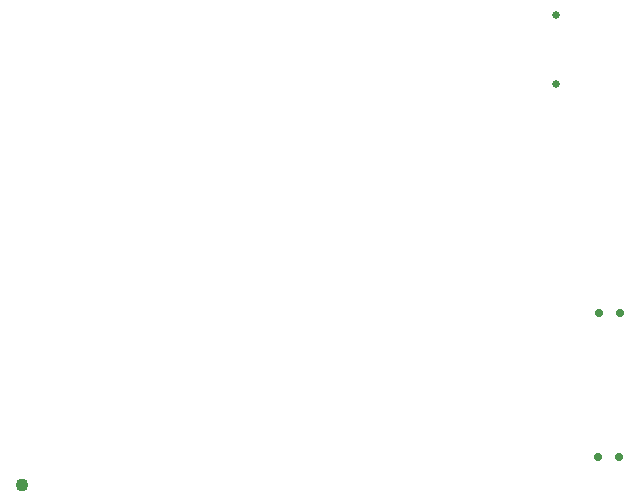
<source format=gbr>
%TF.GenerationSoftware,KiCad,Pcbnew,9.0.2*%
%TF.CreationDate,2025-07-02T17:04:08+05:30*%
%TF.ProjectId,ESP32-RoboCore V1,45535033-322d-4526-9f62-6f436f726520,rev?*%
%TF.SameCoordinates,Original*%
%TF.FileFunction,NonPlated,1,4,NPTH,Drill*%
%TF.FilePolarity,Positive*%
%FSLAX46Y46*%
G04 Gerber Fmt 4.6, Leading zero omitted, Abs format (unit mm)*
G04 Created by KiCad (PCBNEW 9.0.2) date 2025-07-02 17:04:08*
%MOMM*%
%LPD*%
G01*
G04 APERTURE LIST*
%TA.AperFunction,ComponentDrill*%
%ADD10C,0.650000*%
%TD*%
%TA.AperFunction,ComponentDrill*%
%ADD11C,0.700000*%
%TD*%
%TA.AperFunction,ComponentDrill*%
%ADD12C,1.100000*%
%TD*%
G04 APERTURE END LIST*
D10*
%TO.C,J1*%
X113710000Y-27610000D03*
X113710000Y-33390000D03*
D11*
%TO.C,SW2*%
X117250000Y-65000000D03*
%TO.C,SW1*%
X117380000Y-52800000D03*
%TO.C,SW2*%
X119050000Y-65000000D03*
%TO.C,SW1*%
X119180000Y-52800000D03*
D12*
%TO.C,J4*%
X68500000Y-67410000D03*
M02*

</source>
